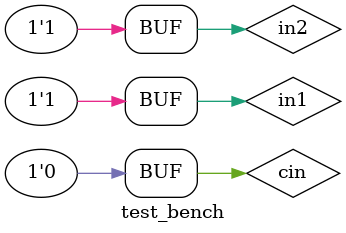
<source format=v>
`timescale 1ns / 1ps

// Group Number : 2
// Names : Parag Mahadeo Chimankar
//         Harshit Singhal
// Date: 05-08-2025



//////////////////////////////////////////////////////////////////////////////////


module test_bench;

reg in1, in2, cin;  //here we declare the inputs
wire out, cout;     // temporary variables

full_adder uut(in1, in2, cin, out,cout); // calling module

initial 
    begin
        // set the inputs
        in1<=1'd1;  //input 1 = 1
        in2<=1'd1;  //input 2 = 1
        cin<=1'd0;  // carry input = 0
    end
endmodule

</source>
